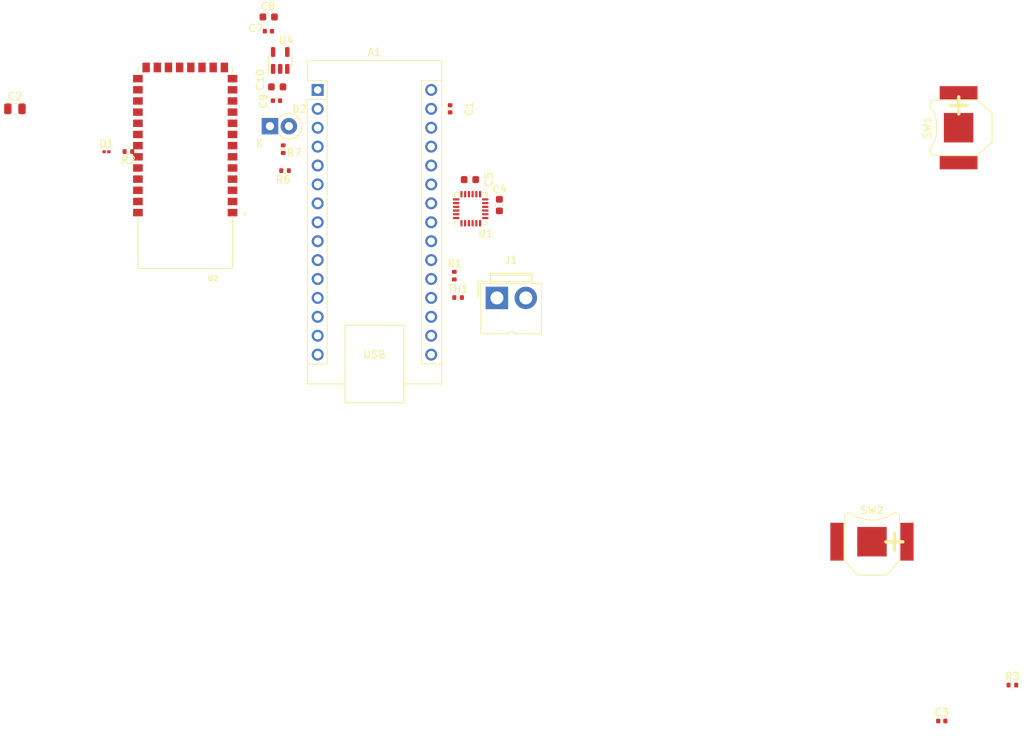
<source format=kicad_pcb>
(kicad_pcb (version 20221018) (generator pcbnew)
  (layers (0 "F.Cu" signal) (31 "B.Cu" power) (34 "B.Paste" user) (35 "F.Paste" user) (36 "B.SilkS" user "B.Silkscreen") (37 "F.SilkS" user "F.Silkscreen") (38 "B.Mask" user) (39 "F.Mask" user) (44 "Edge.Cuts" user))
  (net 0 "")
  (net 4 "GND")
  (net 5 "/BTX")
  (net 6 "/BRX")
  (net 19 "Net-(A1-A0)")
  (net 23 "Net-(A1-A4)")
  (net 24 "Net-(A1-A5)")
  (net 27 "/VCC")
  (net 29 "Net-(A1-VIN)")
  (net 30 "Net-(U1-CPOUT)")
  (net 31 "/3.3 V")
  (net 32 "Net-(D2-A1)")
  (net 33 "Net-(D1-A)")
  (net 34 "Net-(J1-Pin_2)")
  (net 35 "Net-(U2-PIO[8])")
  (net 36 "Net-(SW2-A)")
  (net 37 "Net-(U2-UART-RX)")
  (footprint "Capacitor_SMD:C_0402_1005Metric" (layer "F.Cu") (at 152.36 120.34)
    (fp_text reference "C3" (at 0 -1.16) (layer "F.SilkS"))
    (fp_text value "2.2nF")
    (fp_line (start -0.107836 -0.36) (end 0.107836 -0.36) (stroke (width 0.12)) (layer "F.SilkS"))
    (fp_line (start -0.107836 0.36) (end 0.107836 0.36) (stroke (width 0.12)) (layer "F.SilkS"))
    (pad "1" smd roundrect (at -0.48 0) (size 0.56 0.62) (layers "F.Cu" "F.Paste" "F.Mask") (net 30 "Net-(U1-CPOUT)"))
    (pad "2" smd roundrect (at 0.48 0) (size 0.56 0.62) (layers "F.Cu" "F.Paste" "F.Mask") (net 4 "GND"))
  )
  (footprint "Resistor_SMD:R_0402_1005Metric" (layer "F.Cu") (at 161.84 115.51)
    (fp_text reference "R3" (at 0 -1.17) (layer "F.SilkS"))
    (fp_text value "10K")
    (fp_line (start -0.153641 -0.38) (end 0.153641 -0.38) (stroke (width 0.12)) (layer "F.SilkS"))
    (fp_line (start -0.153641 0.38) (end 0.153641 0.38) (stroke (width 0.12)) (layer "F.SilkS"))
    (pad "1" smd roundrect (at -0.51 0) (size 0.54 0.64) (layers "F.Cu" "F.Paste" "F.Mask") (net 36 "Net-(SW2-A)"))
    (pad "2" smd roundrect (at 0.51 0) (size 0.54 0.64) (layers "F.Cu" "F.Paste" "F.Mask") (net 4 "GND"))
  )
  (footprint "Package_TO_SOT_SMD:SOT-23-5" (layer "F.Cu") (at 63.55058 31.601681 90)
    (fp_text reference "U4" (at 2.694336 0.804046 180) (layer "F.SilkS"))
    (fp_text value "XC6210B332MR")
    (fp_line (start 0 -1.56) (end -1.8 -1.56) (stroke (width 0.12)) (layer "F.SilkS"))
    (fp_line (start 0 -1.56) (end 0.8 -1.56) (stroke (width 0.12)) (layer "F.SilkS"))
    (fp_line (start 0 1.56) (end -0.8 1.56) (stroke (width 0.12)) (layer "F.SilkS"))
    (fp_line (start 0 1.56) (end 0.8 1.56) (stroke (width 0.12)) (layer "F.SilkS"))
    (pad "1" smd roundrect (at -1.1375 -0.95 90) (size 1.325 0.6) (layers "F.Cu" "F.Paste" "F.Mask") (net 32 "Net-(D2-A1)"))
    (pad "2" smd roundrect (at -1.1375 0 90) (size 1.325 0.6) (layers "F.Cu" "F.Paste" "F.Mask") (net 4 "GND"))
    (pad "3" smd roundrect (at -1.1375 0.95 90) (size 1.325 0.6) (layers "F.Cu" "F.Paste" "F.Mask"))
    (pad "4" smd roundrect (at 1.1375 0.95 90) (size 1.325 0.6) (layers "F.Cu" "F.Paste" "F.Mask"))
    (pad "5" smd roundrect (at 1.1375 -0.95 90) (size 1.325 0.6) (layers "F.Cu" "F.Paste" "F.Mask") (net 31 "/3.3 V"))
  )
  (footprint "Module:Arduino_Nano" (layer "F.Cu") (at 68.58 35.56)
    (fp_text reference "A1" (at 7.62 -5.08) (layer "F.SilkS"))
    (fp_text value "Arduino_Nano_v3.x")
    (fp_text user "USB" (at 7.62 35.56 unlocked) (layer "F.SilkS"))
    (fp_line (start -1.4 -3.94) (end -1.4 -1.27) (stroke (width 0.12)) (layer "F.SilkS"))
    (fp_line (start -1.4 1.27) (end -1.4 39.5) (stroke (width 0.12)) (layer "F.SilkS"))
    (fp_line (start -1.4 39.5) (end 3.68 39.5) (stroke (width 0.12)) (layer "F.SilkS"))
    (fp_line (start 1.27 -1.27) (end -1.4 -1.27) (stroke (width 0.12)) (layer "F.SilkS"))
    (fp_line (start 1.27 1.27) (end -1.4 1.27) (stroke (width 0.12)) (layer "F.SilkS"))
    (fp_line (start 1.27 1.27) (end 1.27 -1.27) (stroke (width 0.12)) (layer "F.SilkS"))
    (fp_line (start 1.27 1.27) (end 1.27 36.83) (stroke (width 0.12)) (layer "F.SilkS"))
    (fp_line (start 1.27 36.83) (end -1.4 36.83) (stroke (width 0.12)) (layer "F.SilkS"))
    (fp_line (start 3.68 31.62) (end 11.56 31.62) (stroke (width 0.12)) (layer "F.SilkS"))
    (fp_line (start 3.68 42.04) (end 3.68 31.62) (stroke (width 0.12)) (layer "F.SilkS"))
    (fp_line (start 11.56 31.62) (end 11.56 42.04) (stroke (width 0.12)) (layer "F.SilkS"))
    (fp_line (start 11.56 42.04) (end 3.68 42.04) (stroke (width 0.12)) (layer "F.SilkS"))
    (fp_line (start 13.97 -1.27) (end 13.97 36.83) (stroke (width 0.12)) (layer "F.SilkS"))
    (fp_line (start 13.97 -1.27) (end 16.64 -1.27) (stroke (width 0.12)) (layer "F.SilkS"))
    (fp_line (start 13.97 36.83) (end 16.64 36.83) (stroke (width 0.12)) (layer "F.SilkS"))
    (fp_line (start 16.64 -3.94) (end -1.4 -3.94) (stroke (width 0.12)) (layer "F.SilkS"))
    (fp_line (start 16.64 39.5) (end 11.56 39.5) (stroke (width 0.12)) (layer "F.SilkS"))
    (fp_line (start 16.64 39.5) (end 16.64 -3.94) (stroke (width 0.12)) (layer "F.SilkS"))
    (pad "1" thru_hole rect (at 0 0) (size 1.6 1.6) (drill 1) (layers "*.Cu" "*.Mask"))
    (pad "2" thru_hole oval (at 0 2.54) (size 1.6 1.6) (drill 1) (layers "*.Cu" "*.Mask"))
    (pad "3" thru_hole oval (at 0 5.08) (size 1.6 1.6) (drill 1) (layers "*.Cu" "*.Mask"))
    (pad "4" thru_hole oval (at 0 7.62) (size 1.6 1.6) (drill 1) (layers "*.Cu" "*.Mask") (net 4 "GND"))
    (pad "5" thru_hole oval (at 0 10.16) (size 1.6 1.6) (drill 1) (layers "*.Cu" "*.Mask") (net 6 "/BRX"))
    (pad "6" thru_hole oval (at 0 12.7) (size 1.6 1.6) (drill 1) (layers "*.Cu" "*.Mask") (net 5 "/BTX"))
    (pad "7" thru_hole oval (at 0 15.24) (size 1.6 1.6) (drill 1) (layers "*.Cu" "*.Mask"))
    (pad "8" thru_hole oval (at 0 17.78) (size 1.6 1.6) (drill 1) (layers "*.Cu" "*.Mask"))
    (pad "9" thru_hole oval (at 0 20.32) (size 1.6 1.6) (drill 1) (layers "*.Cu" "*.Mask"))
    (pad "10" thru_hole oval (at 0 22.86) (size 1.6 1.6) (drill 1) (layers "*.Cu" "*.Mask"))
    (pad "11" thru_hole oval (at 0 25.4) (size 1.6 1.6) (drill 1) (layers "*.Cu" "*.Mask"))
    (pad "12" thru_hole oval (at 0 27.94) (size 1.6 1.6) (drill 1) (layers "*.Cu" "*.Mask"))
    (pad "13" thru_hole oval (at 0 30.48) (size 1.6 1.6) (drill 1) (layers "*.Cu" "*.Mask"))
    (pad "14" thru_hole oval (at 0 33.02) (size 1.6 1.6) (drill 1) (layers "*.Cu" "*.Mask"))
    (pad "15" thru_hole oval (at 0 35.56) (size 1.6 1.6) (drill 1) (layers "*.Cu" "*.Mask"))
    (pad "16" thru_hole oval (at 15.24 35.56) (size 1.6 1.6) (drill 1) (layers "*.Cu" "*.Mask"))
    (pad "17" thru_hole oval (at 15.24 33.02) (size 1.6 1.6) (drill 1) (layers "*.Cu" "*.Mask"))
    (pad "18" thru_hole oval (at 15.24 30.48) (size 1.6 1.6) (drill 1) (layers "*.Cu" "*.Mask"))
    (pad "19" thru_hole oval (at 15.24 27.94) (size 1.6 1.6) (drill 1) (layers "*.Cu" "*.Mask") (net 19 "Net-(A1-A0)"))
    (pad "20" thru_hole oval (at 15.24 25.4) (size 1.6 1.6) (drill 1) (layers "*.Cu" "*.Mask"))
    (pad "21" thru_hole oval (at 15.24 22.86) (size 1.6 1.6) (drill 1) (layers "*.Cu" "*.Mask"))
    (pad "22" thru_hole oval (at 15.24 20.32) (size 1.6 1.6) (drill 1) (layers "*.Cu" "*.Mask"))
    (pad "23" thru_hole oval (at 15.24 17.78) (size 1.6 1.6) (drill 1) (layers "*.Cu" "*.Mask") (net 23 "Net-(A1-A4)"))
    (pad "24" thru_hole oval (at 15.24 15.24) (size 1.6 1.6) (drill 1) (layers "*.Cu" "*.Mask") (net 24 "Net-(A1-A5)"))
    (pad "25" thru_hole oval (at 15.24 12.7) (size 1.6 1.6) (drill 1) (layers "*.Cu" "*.Mask"))
    (pad "26" thru_hole oval (at 15.24 10.16) (size 1.6 1.6) (drill 1) (layers "*.Cu" "*.Mask"))
    (pad "27" thru_hole oval (at 15.24 7.62) (size 1.6 1.6) (drill 1) (layers "*.Cu" "*.Mask") (net 27 "/VCC"))
    (pad "28" thru_hole oval (at 15.24 5.08) (size 1.6 1.6) (drill 1) (layers "*.Cu" "*.Mask"))
    (pad "29" thru_hole oval (at 15.24 2.54) (size 1.6 1.6) (drill 1) (layers "*.Cu" "*.Mask") (net 4 "GND"))
    (pad "30" thru_hole oval (at 15.24 0) (size 1.6 1.6) (drill 1) (layers "*.Cu" "*.Mask") (net 29 "Net-(A1-VIN)"))
  )
  (footprint "LED_SMD:LED_0201_0603Metric" (layer "F.Cu") (at 40.228613 43.86428)
    (fp_text reference "D1" (at 0 -1.05) (layer "F.SilkS"))
    (fp_text value "RED LED")
    (fp_circle (center -0.86 0) (end -0.81 0) (stroke (width 0.1)) (fill none) (layer "F.SilkS"))
    (pad "1" smd roundrect (at -0.32 0) (size 0.46 0.4) (layers "F.Cu" "F.Mask") (net 4 "GND"))
    (pad "2" smd roundrect (at 0.32 0) (size 0.46 0.4) (layers "F.Cu" "F.Mask") (net 33 "Net-(D1-A)"))
  )
  (footprint "Battery:BatteryHolder_Keystone_2998_1x6.8mm" (layer "F.Cu") (at 154.62 40.64 90)
    (fp_text reference "SW1" (at 0 -4.2 90) (layer "F.SilkS"))
    (fp_text value "SW_SPST")
    (fp_text user "+" (at 3 -0.2 90) (layer "F.SilkS") (effects (font (size 3 3) (thickness 0.45))))
    (fp_line (start -3.7 -3.5) (end -3.7 2.5) (stroke (width 0.12)) (layer "F.SilkS"))
    (fp_line (start -2 4.5) (end -3.7 2.5) (stroke (width 0.12)) (layer "F.SilkS"))
    (fp_line (start -2 4.5) (end 2 4.5) (stroke (width 0.12)) (layer "F.SilkS"))
    (fp_line (start 2 4.5) (end 3.7 2.5) (stroke (width 0.12)) (layer "F.SilkS"))
    (fp_line (start 3.7 -3.5) (end 3.7 2.5) (stroke (width 0.12)) (layer "F.SilkS"))
    (fp_arc (start -3.705648 -3.490673) (mid -3.055452 -3.863197) (end -2.4 -3.5) (stroke (width 0.12)) (layer "F.SilkS"))
    (fp_arc (start 2.391383 -3.495415) (mid -0.00488 -2.900002) (end -2.4 -3.5) (stroke (width 0.12)) (layer "F.SilkS"))
    (fp_arc (start 2.392627 -3.493972) (mid 3.046477 -3.866382) (end 3.703723 -3.5) (stroke (width 0.12)) (layer "F.SilkS"))
    (pad "1" smd rect (at -4.7 0 90) (size 1.78 5.08) (layers "F.Cu" "F.Paste" "F.Mask") (net 29 "Net-(A1-VIN)"))
    (pad "1" smd rect (at 4.7 0 90) (size 1.78 5.08) (layers "F.Cu" "F.Paste" "F.Mask") (net 29 "Net-(A1-VIN)"))
    (pad "2" smd rect (at 0 0 90) (size 3.96 3.96) (layers "F.Cu" "F.Paste" "F.Mask") (net 34 "Net-(J1-Pin_2)"))
  )
  (footprint "Capacitor_SMD:C_0805_2012Metric" (layer "F.Cu") (at 27.94 38.1)
    (fp_text reference "C2" (at 0 -1.68) (layer "F.SilkS"))
    (fp_text value "100u")
    (fp_line (start -0.261252 -0.735) (end 0.261252 -0.735) (stroke (width 0.12)) (layer "F.SilkS"))
    (fp_line (start -0.261252 0.735) (end 0.261252 0.735) (stroke (width 0.12)) (layer "F.SilkS"))
    (pad "1" smd roundrect (at -0.95 0) (size 1 1.45) (layers "F.Cu" "F.Paste" "F.Mask") (net 29 "Net-(A1-VIN)"))
    (pad "2" smd roundrect (at 0.95 0) (size 1 1.45) (layers "F.Cu" "F.Paste" "F.Mask") (net 4 "GND"))
  )
  (footprint "Capacitor_SMD:C_0603_1608Metric" (layer "F.Cu") (at 63.148893 35.149301)
    (fp_text reference "C10" (at -2.283271 -0.930222 90) (layer "F.SilkS"))
    (fp_text value "1u")
    (fp_line (start -0.14058 -0.51) (end 0.14058 -0.51) (stroke (width 0.12)) (layer "F.SilkS"))
    (fp_line (start -0.14058 0.51) (end 0.14058 0.51) (stroke (width 0.12)) (layer "F.SilkS"))
    (pad "1" smd roundrect (at -0.775 0) (size 0.9 0.95) (layers "F.Cu" "F.Paste" "F.Mask") (net 32 "Net-(D2-A1)"))
    (pad "2" smd roundrect (at 0.775 0) (size 0.9 0.95) (layers "F.Cu" "F.Paste" "F.Mask") (net 4 "GND"))
  )
  (footprint "Diode_THT:D_DO-41_SOD81_P2.54mm_Vertical_KathodeUp" (layer "F.Cu") (at 62.176389 40.43465)
    (fp_text reference "D2" (at 3.953441 -2.325554) (layer "F.SilkS"))
    (fp_text value "1.5KExxA")
    (fp_text user "K" (at -1.395332 2.346695) (layer "F.SilkS"))
    (fp_arc (start 1.228847 -1.1) (mid 4.250877 -0.044974) (end 1.288449 1.167366) (stroke (width 0.12)) (layer "F.SilkS"))
    (pad "1" thru_hole rect (at 0 0) (size 2.2 2.2) (drill 1.1) (layers "*.Cu" "*.Mask") (net 32 "Net-(D2-A1)"))
    (pad "2" thru_hole oval (at 2.54 0) (size 2.2 2.2) (drill 1.1) (layers "*.Cu" "*.Mask") (net 27 "/VCC"))
  )
  (footprint "Resistor_SMD:R_0402_1005Metric" (layer "F.Cu") (at 86.918637 60.510637 90)
    (fp_text reference "R1" (at 1.623125 0.066788 180) (layer "F.SilkS"))
    (fp_text value "47K")
    (fp_line (start -0.153641 -0.38) (end 0.153641 -0.38) (stroke (width 0.12)) (layer "F.SilkS"))
    (fp_line (start -0.153641 0.38) (end 0.153641 0.38) (stroke (width 0.12)) (layer "F.SilkS"))
    (pad "1" smd roundrect (at -0.51 0 90) (size 0.54 0.64) (layers "F.Cu" "F.Paste" "F.Mask") (net 27 "/VCC"))
    (pad "2" smd roundrect (at 0.51 0 90) (size 0.54 0.64) (layers "F.Cu" "F.Paste" "F.Mask") (net 19 "Net-(A1-A0)"))
  )
  (footprint "Capacitor_SMD:C_0402_1005Metric" (layer "F.Cu") (at 63.049439 37.009744)
    (fp_text reference "C9" (at -1.760989 0.063424 90) (layer "F.SilkS"))
    (fp_text value "104")
    (fp_line (start -0.107836 -0.36) (end 0.107836 -0.36) (stroke (width 0.12)) (layer "F.SilkS"))
    (fp_line (start -0.107836 0.36) (end 0.107836 0.36) (stroke (width 0.12)) (layer "F.SilkS"))
    (pad "1" smd roundrect (at -0.48 0) (size 0.56 0.62) (layers "F.Cu" "F.Paste" "F.Mask") (net 32 "Net-(D2-A1)"))
    (pad "2" smd roundrect (at 0.48 0) (size 0.56 0.62) (layers "F.Cu" "F.Paste" "F.Mask") (net 4 "GND"))
  )
  (footprint "pcb schematics:XCVR_HC-05" (layer "F.Cu") (at 50.8 45.72 180)
    (fp_text reference "U2" (at -3.73221 -15.139908 180) (layer "F.SilkS") (effects (font (size 0.700643 0.700643))))
    (fp_text value "HC-05")
    (fp_line (start -6.35 -13.825) (end 6.35 -13.825) (stroke (width 0.127)) (layer "F.SilkS"))
    (fp_line (start -6.35 -7.145) (end -6.35 -13.825) (stroke (width 0.127)) (layer "F.SilkS"))
    (fp_line (start -6.35 12.495) (end -6.35 13.175) (stroke (width 0.127)) (layer "F.SilkS"))
    (fp_line (start -6.35 13.175) (end -6.22 13.175) (stroke (width 0.127)) (layer "F.SilkS"))
    (fp_line (start 6.22 13.175) (end 6.35 13.175) (stroke (width 0.127)) (layer "F.SilkS"))
    (fp_line (start 6.35 -13.825) (end 6.35 -7.145) (stroke (width 0.127)) (layer "F.SilkS"))
    (fp_line (start 6.35 13.175) (end 6.35 12.495) (stroke (width 0.127)) (layer "F.SilkS"))
    (fp_circle (center -8 -6.5) (end -7.9 -6.5) (stroke (width 0.2)) (fill none) (layer "F.SilkS"))
    (pad "1" smd rect (at -6.35 -6.325 180) (size 1.3 1) (layers "F.Cu" "F.Paste" "F.Mask") (net 5 "/BTX"))
    (pad "2" smd rect (at -6.35 -4.825 180) (size 1.3 1) (layers "F.Cu" "F.Paste" "F.Mask") (net 37 "Net-(U2-UART-RX)"))
    (pad "3" smd rect (at -6.35 -3.325 180) (size 1.3 1) (layers "F.Cu" "F.Paste" "F.Mask"))
    (pad "4" smd rect (at -6.35 -1.825 180) (size 1.3 1) (layers "F.Cu" "F.Paste" "F.Mask"))
    (pad "5" smd rect (at -6.35 -0.325 180) (size 1.3 1) (layers "F.Cu" "F.Paste" "F.Mask"))
    (pad "6" smd rect (at -6.35 1.175 180) (size 1.3 1) (layers "F.Cu" "F.Paste" "F.Mask"))
    (pad "7" smd rect (at -6.35 2.675 180) (size 1.3 1) (layers "F.Cu" "F.Paste" "F.Mask"))
    (pad "8" smd rect (at -6.35 4.175 180) (size 1.3 1) (layers "F.Cu" "F.Paste" "F.Mask"))
    (pad "9" smd rect (at -6.35 5.675 180) (size 1.3 1) (layers "F.Cu" "F.Paste" "F.Mask"))
    (pad "10" smd rect (at -6.35 7.175 180) (size 1.3 1) (layers "F.Cu" "F.Paste" "F.Mask"))
    (pad "11" smd rect (at -6.35 8.675 180) (size 1.3 1) (layers "F.Cu" "F.Paste" "F.Mask"))
    (pad "12" smd rect (at -6.35 10.175 180) (size 1.3 1) (layers "F.Cu" "F.Paste" "F.Mask") (net 31 "/3.3 V"))
    (pad "13" smd rect (at -6.35 11.675 180) (size 1.3 1) (layers "F.Cu" "F.Paste" "F.Mask") (net 4 "GND"))
    (pad "14" smd rect (at -5.25 13.175 270) (size 1.3 1) (layers "F.Cu" "F.Paste" "F.Mask"))
    (pad "15" smd rect (at -3.75 13.175 270) (size 1.3 1) (layers "F.Cu" "F.Paste" "F.Mask"))
    (pad "16" smd rect (at -2.25 13.175 270) (size 1.3 1) (layers "F.Cu" "F.Paste" "F.Mask"))
    (pad "17" smd rect (at -0.75 13.175 270) (size 1.3 1) (layers "F.Cu" "F.Paste" "F.Mask"))
    (pad "18" smd rect (at 0.75 13.175 270) (size 1.3 1) (layers "F.Cu" "F.Paste" "F.Mask"))
    (pad "19" smd rect (at 2.25 13.175 270) (size 1.3 1) (layers "F.Cu" "F.Paste" "F.Mask"))
    (pad "20" smd rect (at 3.75 13.175 270) (size 1.3 1) (layers "F.Cu" "F.Paste" "F.Mask"))
    (pad "21" smd rect (at 5.25 13.175 270) (size 1.3 1) (layers "F.Cu" "F.Paste" "F.Mask") (net 4 "GND"))
    (pad "22" smd rect (at 6.35 11.675) (size 1.3 1) (layers "F.Cu" "F.Paste" "F.Mask") (net 4 "GND"))
    (pad "23" smd rect (at 6.35 10.175) (size 1.3 1) (layers "F.Cu" "F.Paste" "F.Mask"))
    (pad "24" smd rect (at 6.35 8.675) (size 1.3 1) (layers "F.Cu" "F.Paste" "F.Mask"))
    (pad "25" smd rect (at 6.35 7.175) (size 1.3 1) (layers "F.Cu" "F.Paste" "F.Mask"))
    (pad "26" smd rect (at 6.35 5.675) (size 1.3 1) (layers "F.Cu" "F.Paste" "F.Mask"))
    (pad "27" smd rect (at 6.35 4.175) (size 1.3 1) (layers "F.Cu" "F.Paste" "F.Mask"))
    (pad "28" smd rect (at 6.35 2.675) (size 1.3 1) (layers "F.Cu" "F.Paste" "F.Mask"))
    (pad "29" smd rect (at 6.35 1.175) (size 1.3 1) (layers "F.Cu" "F.Paste" "F.Mask"))
    (pad "30" smd rect (at 6.35 -0.325) (size 1.3 1) (layers "F.Cu" "F.Paste" "F.Mask"))
    (pad "31" smd rect (at 6.35 -1.825) (size 1.3 1) (layers "F.Cu" "F.Paste" "F.Mask") (net 35 "Net-(U2-PIO[8])"))
    (pad "32" smd rect (at 6.35 -3.325) (size 1.3 1) (layers "F.Cu" "F.Paste" "F.Mask"))
    (pad "33" smd rect (at 6.35 -4.825) (size 1.3 1) (layers "F.Cu" "F.Paste" "F.Mask"))
    (pad "34" smd rect (at 6.35 -6.325) (size 1.3 1) (layers "F.Cu" "F.Paste" "F.Mask") (net 36 "Net-(SW2-A)"))
  )
  (footprint "Capacitor_SMD:C_0402_1005Metric" (layer "F.Cu") (at 61.965929 27.674276 180)
    (fp_text reference "C7" (at 1.694722 0.395751) (layer "F.SilkS"))
    (fp_text value "104")
    (fp_line (start -0.107836 -0.36) (end 0.107836 -0.36) (stroke (width 0.12)) (layer "F.SilkS"))
    (fp_line (start -0.107836 0.36) (end 0.107836 0.36) (stroke (width 0.12)) (layer "F.SilkS"))
    (pad "1" smd roundrect (at -0.48 0 180) (size 0.56 0.62) (layers "F.Cu" "F.Paste" "F.Mask") (net 31 "/3.3 V"))
    (pad "2" smd roundrect (at 0.48 0 180) (size 0.56 0.62) (layers "F.Cu" "F.Paste" "F.Mask") (net 4 "GND"))
  )
  (footprint "Sensor_Motion:InvenSense_QFN-24_4x4mm_P0.5mm" (layer "F.Cu") (at 89.128702 51.516354 90)
    (fp_text reference "U1" (at -3.337463 1.991667 180) (layer "F.SilkS"))
    (fp_text value "MPU-6050")
    (fp_line (start -2.15 -2.15) (end -1.625 -2.15) (stroke (width 0.15)) (layer "F.SilkS"))
    (fp_line (start -2.15 2.15) (end -2.15 1.625) (stroke (width 0.15)) (layer "F.SilkS"))
    (fp_line (start -2.15 2.15) (end -1.625 2.15) (stroke (width 0.15)) (layer "F.SilkS"))
    (fp_line (start 2.15 -2.15) (end 1.625 -2.15) (stroke (width 0.15)) (layer "F.SilkS"))
    (fp_line (start 2.15 -2.15) (end 2.15 -1.625) (stroke (width 0.15)) (layer "F.SilkS"))
    (fp_line (start 2.15 2.15) (end 1.625 2.15) (stroke (width 0.15)) (layer "F.SilkS"))
    (fp_line (start 2.15 2.15) (end 2.15 1.625) (stroke (width 0.15)) (layer "F.SilkS"))
    (pad "1" smd roundrect (at -1.95 -1.25 90) (size 0.85 0.3) (layers "F.Cu" "F.Paste" "F.Mask") (net 4 "GND"))
    (pad "2" smd roundrect (at -1.95 -0.75 90) (size 0.85 0.3) (layers "F.Cu" "F.Paste" "F.Mask"))
    (pad "3" smd roundrect (at -1.95 -0.25 90) (size 0.85 0.3) (layers "F.Cu" "F.Paste" "F.Mask"))
    (pad "4" smd roundrect (at -1.95 0.25 90) (size 0.85 0.3) (layers "F.Cu" "F.Paste" "F.Mask"))
    (pad "5" smd roundrect (at -1.95 0.75 90) (size 0.85 0.3) (layers "F.Cu" "F.Paste" "F.Mask"))
    (pad "6" smd roundrect (at -1.95 1.25 90) (size 0.85 0.3) (layers "F.Cu" "F.Paste" "F.Mask"))
    (pad "7" smd roundrect (at -1.25 1.95 180) (size 0.85 0.3) (layers "F.Cu" "F.Paste" "F.Mask"))
    (pad "8" smd roundrect (at -0.75 1.95 180) (size 0.85 0.3) (layers "F.Cu" "F.Paste" "F.Mask"))
    (pad "9" smd roundrect (at -0.25 1.95 180) (size 0.85 0.3) (layers "F.Cu" "F.Paste" "F.Mask"))
    (pad "10" smd roundrect (at 0.25 1.95 180) (size 0.85 0.3) (layers "F.Cu" "F.Paste" "F.Mask") (net 30 "Net-(U1-CPOUT)"))
    (pad "11" smd roundrect (at 0.75 1.95 180) (size 0.85 0.3) (layers "F.Cu" "F.Paste" "F.Mask") (net 4 "GND"))
    (pad "12" smd roundrect (at 1.25 1.95 180) (size 0.85 0.3) (layers "F.Cu" "F.Paste" "F.Mask"))
    (pad "13" smd roundrect (at 1.95 1.25 90) (size 0.85 0.3) (layers "F.Cu" "F.Paste" "F.Mask") (net 27 "/VCC"))
    (pad "14" smd roundrect (at 1.95 0.75 90) (size 0.85 0.3) (layers "F.Cu" "F.Paste" "F.Mask"))
    (pad "15" smd roundrect (at 1.95 0.25 90) (size 0.85 0.3) (layers "F.Cu" "F.Paste" "F.Mask"))
    (pad "16" smd roundrect (at 1.95 -0.25 90) (size 0.85 0.3) (layers "F.Cu" "F.Paste" "F.Mask"))
    (pad "17" smd roundrect (at 1.95 -0.75 90) (size 0.85 0.3) (layers "F.Cu" "F.Paste" "F.Mask"))
    (pad "18" smd roundrect (at 1.95 -1.25 90) (size 0.85 0.3) (layers "F.Cu" "F.Paste" "F.Mask") (net 4 "GND"))
    (pad "19" smd roundrect (at 1.25 -1.95 180) (size 0.85 0.3) (layers "F.Cu" "F.Paste" "F.Mask"))
    (pad "20" smd roundrect (at 0.75 -1.95 180) (size 0.85 0.3) (layers "F.Cu" "F.Paste" "F.Mask") (net 30 "Net-(U1-CPOUT)"))
    (pad "21" smd roundrect (at 0.25 -1.95 180) (size 0.85 0.3) (layers "F.Cu" "F.Paste" "F.Mask"))
    (pad "22" smd roundrect (at -0.25 -1.95 180) (size 0.85 0.3) (layers "F.Cu" "F.Paste" "F.Mask"))
    (pad "23" smd roundrect (at -0.75 -1.95 180) (size 0.85 0.3) (layers "F.Cu" "F.Paste" "F.Mask") (net 24 "Net-(A1-A5)"))
    (pad "24" smd roundrect (at -1.25 -1.95 180) (size 0.85 0.3) (layers "F.Cu" "F.Paste" "F.Mask") (net 23 "Net-(A1-A4)"))
  )
  (footprint "Resistor_SMD:R_0402_1005Metric" (layer "F.Cu") (at 63.952267 43.518688 90)
    (fp_text reference "R7" (at -0.467717 1.479897) (layer "F.SilkS"))
    (fp_text value "2K")
    (fp_line (start -0.153641 -0.38) (end 0.153641 -0.38) (stroke (width 0.12)) (layer "F.SilkS"))
    (fp_line (start -0.153641 0.38) (end 0.153641 0.38) (stroke (width 0.12)) (layer "F.SilkS"))
    (pad "1" smd roundrect (at -0.51 0 90) (size 0.54 0.64) (layers "F.Cu" "F.Paste" "F.Mask") (net 37 "Net-(U2-UART-RX)"))
    (pad "2" smd roundrect (at 0.51 0 90) (size 0.54 0.64) (layers "F.Cu" "F.Paste" "F.Mask") (net 4 "GND"))
  )
  (footprint "Resistor_SMD:R_0402_1005Metric" (layer "F.Cu") (at 87.429859 63.453504)
    (fp_text reference "TH1" (at 0 -1.17) (layer "F.SilkS"))
    (fp_text value "Thermistor")
    (fp_line (start -0.153641 -0.38) (end 0.153641 -0.38) (stroke (width 0.12)) (layer "F.SilkS"))
    (fp_line (start -0.153641 0.38) (end 0.153641 0.38) (stroke (width 0.12)) (layer "F.SilkS"))
    (pad "1" smd roundrect (at -0.51 0) (size 0.54 0.64) (layers "F.Cu" "F.Paste" "F.Mask") (net 19 "Net-(A1-A0)"))
    (pad "2" smd roundrect (at 0.51 0) (size 0.54 0.64) (layers "F.Cu" "F.Paste" "F.Mask") (net 4 "GND"))
  )
  (footprint "Capacitor_SMD:C_0603_1608Metric" (layer "F.Cu") (at 62.001124 25.76005 180)
    (fp_text reference "C8" (at 0.093927 1.424548) (layer "F.SilkS"))
    (fp_text value "1u")
    (fp_line (start -0.14058 -0.51) (end 0.14058 -0.51) (stroke (width 0.12)) (layer "F.SilkS"))
    (fp_line (start -0.14058 0.51) (end 0.14058 0.51) (stroke (width 0.12)) (layer "F.SilkS"))
    (pad "1" smd roundrect (at -0.775 0 180) (size 0.9 0.95) (layers "F.Cu" "F.Paste" "F.Mask") (net 31 "/3.3 V"))
    (pad "2" smd roundrect (at 0.775 0 180) (size 0.9 0.95) (layers "F.Cu" "F.Paste" "F.Mask") (net 4 "GND"))
  )
  (footprint "Resistor_SMD:R_0402_1005Metric" (layer "F.Cu") (at 64.198811 46.40326 180)
    (fp_text reference "R6" (at 0.244587 -1.213318 180) (layer "F.SilkS"))
    (fp_text value "1K")
    (fp_line (start -0.153641 -0.38) (end 0.153641 -0.38) (stroke (width 0.12)) (layer "F.SilkS"))
    (fp_line (start -0.153641 0.38) (end 0.153641 0.38) (stroke (width 0.12)) (layer "F.SilkS"))
    (pad "1" smd roundrect (at -0.51 0 180) (size 0.54 0.64) (layers "F.Cu" "F.Paste" "F.Mask") (net 6 "/BRX"))
    (pad "2" smd roundrect (at 0.51 0 180) (size 0.54 0.64) (layers "F.Cu" "F.Paste" "F.Mask") (net 37 "Net-(U2-UART-RX)"))
  )
  (footprint "Resistor_SMD:R_0402_1005Metric" (layer "F.Cu") (at 43.168765 43.841811 180)
    (fp_text reference "R2" (at 0 -1.17) (layer "F.SilkS"))
    (fp_text value "2K")
    (fp_line (start -0.153641 -0.38) (end 0.153641 -0.38) (stroke (width 0.12)) (layer "F.SilkS"))
    (fp_line (start -0.153641 0.38) (end 0.153641 0.38) (stroke (width 0.12)) (layer "F.SilkS"))
    (pad "1" smd roundrect (at -0.51 0 180) (size 0.54 0.64) (layers "F.Cu" "F.Paste" "F.Mask") (net 35 "Net-(U2-PIO[8])"))
    (pad "2" smd roundrect (at 0.51 0 180) (size 0.54 0.64) (layers "F.Cu" "F.Paste" "F.Mask") (net 33 "Net-(D1-A)"))
  )
  (footprint "Battery:BatteryHolder_Keystone_2998_1x6.8mm" (layer "F.Cu") (at 142.99 96.248173)
    (fp_text reference "SW2" (at 0 -4.2) (layer "F.SilkS"))
    (fp_text value "SW_SPST")
    (fp_text user "+" (at 3 -0.2) (layer "F.SilkS") (effects (font (size 3 3) (thickness 0.45))))
    (fp_line (start -3.7 -3.5) (end -3.7 2.5) (stroke (width 0.12)) (layer "F.SilkS"))
    (fp_line (start -2 4.5) (end -3.7 2.5) (stroke (width 0.12)) (layer "F.SilkS"))
    (fp_line (start -2 4.5) (end 2 4.5) (stroke (width 0.12)) (layer "F.SilkS"))
    (fp_line (start 2 4.5) (end 3.7 2.5) (stroke (width 0.12)) (layer "F.SilkS"))
    (fp_line (start 3.7 -3.5) (end 3.7 2.5) (stroke (width 0.12)) (layer "F.SilkS"))
    (fp_arc (start -3.705648 -3.490673) (mid -3.055452 -3.863197) (end -2.4 -3.5) (stroke (width 0.12)) (layer "F.SilkS"))
    (fp_arc (start 2.391383 -3.495415) (mid -0.00488 -2.900002) (end -2.4 -3.5) (stroke (width 0.12)) (layer "F.SilkS"))
    (fp_arc (start 2.392627 -3.493972) (mid 3.046477 -3.866382) (end 3.703723 -3.5) (stroke (width 0.12)) (layer "F.SilkS"))
    (pad "1" smd rect (at -4.7 0) (size 1.78 5.08) (layers "F.Cu" "F.Paste" "F.Mask") (net 36 "Net-(SW2-A)"))
    (pad "1" smd rect (at 4.7 0) (size 1.78 5.08) (layers "F.Cu" "F.Paste" "F.Mask") (net 36 "Net-(SW2-A)"))
    (pad "2" smd rect (at 0 0) (size 3.96 3.96) (layers "F.Cu" "F.Paste" "F.Mask") (net 31 "/3.3 V"))
  )
  (footprint "Capacitor_SMD:C_0603_1608Metric" (layer "F.Cu") (at 89.016822 47.603695)
    (fp_text reference "C5" (at 2.54 0 90) (layer "F.SilkS"))
    (fp_text value "0.1uF")
    (fp_line (start -0.14058 -0.51) (end 0.14058 -0.51) (stroke (width 0.12)) (layer "F.SilkS"))
    (fp_line (start -0.14058 0.51) (end 0.14058 0.51) (stroke (width 0.12)) (layer "F.SilkS"))
    (pad "1" smd roundrect (at -0.775 0) (size 0.9 0.95) (layers "F.Cu" "F.Paste" "F.Mask") (net 4 "GND"))
    (pad "2" smd roundrect (at 0.775 0) (size 0.9 0.95) (layers "F.Cu" "F.Paste" "F.Mask") (net 27 "/VCC"))
  )
  (footprint "Capacitor_SMD:C_0402_1005Metric" (layer "F.Cu") (at 86.36 38.1 -90)
    (fp_text reference "C1" (at 0 -2.54 90) (layer "F.SilkS"))
    (fp_text value "100n")
    (fp_line (start -0.107836 -0.36) (end 0.107836 -0.36) (stroke (width 0.12)) (layer "F.SilkS"))
    (fp_line (start -0.107836 0.36) (end 0.107836 0.36) (stroke (width 0.12)) (layer "F.SilkS"))
    (pad "1" smd roundrect (at -0.48 0 270) (size 0.56 0.62) (layers "F.Cu" "F.Paste" "F.Mask") (net 29 "Net-(A1-VIN)"))
    (pad "2" smd roundrect (at 0.48 0 270) (size 0.56 0.62) (layers "F.Cu" "F.Paste" "F.Mask") (net 4 "GND"))
  )
  (footprint "Connector:JWT_A3963_1x02_P3.96mm_Vertical" (layer "F.Cu") (at 92.64 63.5)
    (fp_text reference "J1" (at 1.91 -5.08) (layer "F.SilkS"))
    (fp_text value "Conn_01x02_Socket")
    (fp_line (start -2.5 -2.2) (end -2.5 0) (stroke (width 0.12)) (layer "F.SilkS"))
    (fp_line (start -2.16 -1.91) (end -2.16 0) (stroke (width 0.12)) (layer "F.SilkS"))
    (fp_line (start -2.16 -1.91) (end 5.97 -1.91) (stroke (width 0.12)) (layer "F.SilkS"))
    (fp_line (start -2.16 0) (end -2.16 4.83) (stroke (width 0.12)) (layer "F.SilkS"))
    (fp_line (start -1.2 -2.2) (end -2.5 -2.2) (stroke (width 0.12)) (layer "F.SilkS"))
    (fp_line (start -0.89 -3.3) (end 4.7 -3.3) (stroke (width 0.12)) (layer "F.SilkS"))
    (fp_line (start -0.89 -3.05) (end 4.7 -3.05) (stroke (width 0.12)) (layer "F.SilkS"))
    (fp_line (start -0.89 -2.16) (end 4.7 -2.16) (stroke (width 0.12)) (layer "F.SilkS"))
    (fp_line (start -0.89 -1.91) (end -0.89 -3.3) (stroke (width 0.12)) (layer "F.SilkS"))
    (fp_line (start 1.52 4.57) (end 2.29 4.57) (stroke (width 0.12)) (layer "F.SilkS"))
    (fp_line (start 1.52 4.83) (end -2.16 4.83) (stroke (width 0.12)) (layer "F.SilkS"))
    (fp_line (start 1.52 4.83) (end 1.52 4.57) (stroke (width 0.12)) (layer "F.SilkS"))
    (fp_line (start 2.29 4.57) (end 2.29 4.83) (stroke (width 0.12)) (layer "F.SilkS"))
    (fp_line (start 2.29 4.83) (end 5.97 4.83) (stroke (width 0.12)) (layer "F.SilkS"))
    (fp_line (start 4.7 -1.91) (end 4.7 -3.3) (stroke (width 0.12)) (layer "F.SilkS"))
    (fp_line (start 5.97 -1.91) (end 5.97 0) (stroke (width 0.12)) (layer "F.SilkS"))
    (fp_line (start 5.97 4.83) (end 5.97 0) (stroke (width 0.12)) (layer "F.SilkS"))
    (pad "1" thru_hole rect (at 0 0) (size 3 3) (drill 1.75) (layers "*.Cu" "*.Mask") (net 4 "GND"))
    (pad "2" thru_hole circle (at 3.88 0) (size 3 3) (drill 1.75) (layers "*.Cu" "*.Mask") (net 34 "Net-(J1-Pin_2)"))
  )
  (footprint "Capacitor_SMD:C_0603_1608Metric" (layer "F.Cu") (at 92.971304 51.035517 90)
    (fp_text reference "C4" (at 2.144889 0.025234 180) (layer "F.SilkS"))
    (fp_text value "0.1uF")
    (fp_line (start -0.14058 -0.51) (end 0.14058 -0.51) (stroke (width 0.12)) (layer "F.SilkS"))
    (fp_line (start -0.14058 0.51) (end 0.14058 0.51) (stroke (width 0.12)) (layer "F.SilkS"))
    (pad "1" smd roundrect (at -0.775 0 90) (size 0.9 0.95) (layers "F.Cu" "F.Paste" "F.Mask") (net 30 "Net-(U1-CPOUT)"))
    (pad "2" smd roundrect (at 0.775 0 90) (size 0.9 0.95) (layers "F.Cu" "F.Paste" "F.Mask") (net 4 "GND"))
  )
)
</source>
